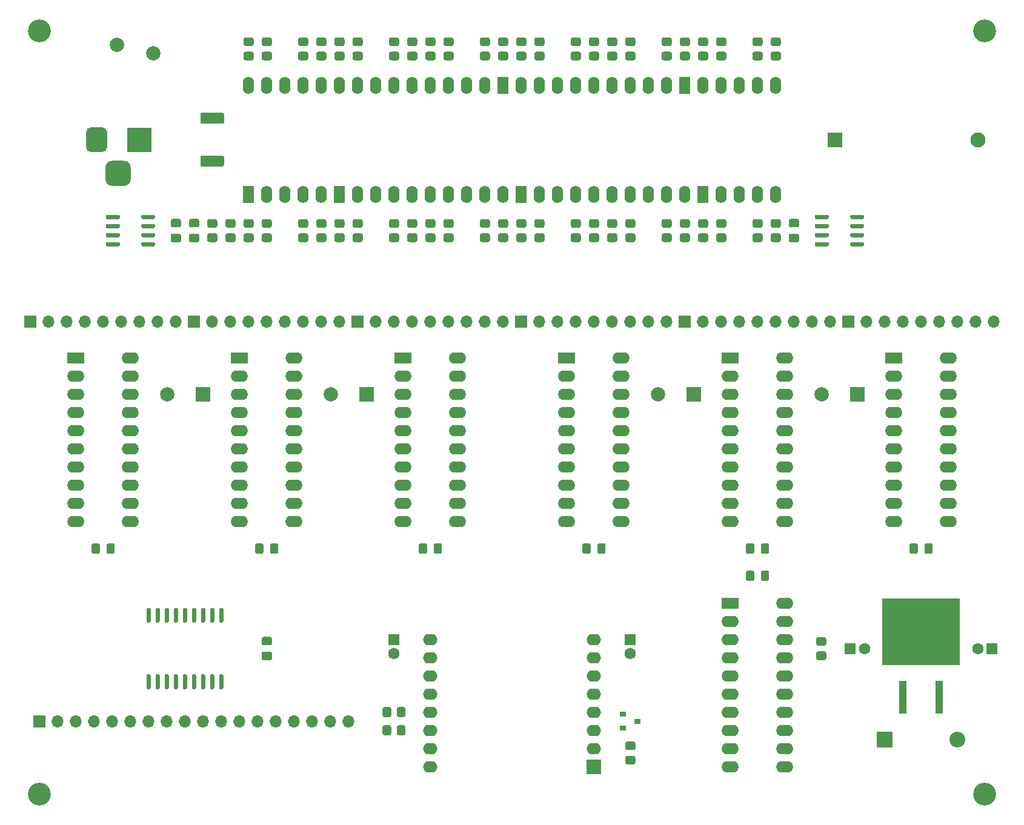
<source format=gts>
G04 #@! TF.GenerationSoftware,KiCad,Pcbnew,(5.1.10)-1*
G04 #@! TF.CreationDate,2021-10-03T18:26:13+02:00*
G04 #@! TF.ProjectId,LED Strip clock,4c454420-5374-4726-9970-20636c6f636b,V1.0*
G04 #@! TF.SameCoordinates,Original*
G04 #@! TF.FileFunction,Soldermask,Top*
G04 #@! TF.FilePolarity,Negative*
%FSLAX46Y46*%
G04 Gerber Fmt 4.6, Leading zero omitted, Abs format (unit mm)*
G04 Created by KiCad (PCBNEW (5.1.10)-1) date 2021-10-03 18:26:13*
%MOMM*%
%LPD*%
G01*
G04 APERTURE LIST*
%ADD10R,10.800000X9.400000*%
%ADD11R,1.100000X4.600000*%
%ADD12O,1.700000X1.700000*%
%ADD13R,1.700000X1.700000*%
%ADD14C,2.100000*%
%ADD15R,2.100000X2.100000*%
%ADD16O,1.600000X2.400000*%
%ADD17R,1.600000X2.400000*%
%ADD18C,2.000000*%
%ADD19R,2.000000X2.000000*%
%ADD20O,2.400000X1.600000*%
%ADD21R,2.400000X1.600000*%
%ADD22C,3.200000*%
%ADD23R,3.500000X3.500000*%
%ADD24C,2.010000*%
%ADD25C,1.600000*%
%ADD26R,1.600000X1.600000*%
%ADD27R,2.200000X2.200000*%
%ADD28O,2.200000X2.200000*%
%ADD29R,0.900000X0.800000*%
%ADD30O,2.000000X1.600000*%
G04 APERTURE END LIST*
D10*
X209550000Y-119605000D03*
D11*
X212090000Y-128755000D03*
X207010000Y-128755000D03*
D12*
X129540000Y-132080000D03*
X127000000Y-132080000D03*
X124460000Y-132080000D03*
X121920000Y-132080000D03*
X119380000Y-132080000D03*
X116840000Y-132080000D03*
X114300000Y-132080000D03*
X111760000Y-132080000D03*
X109220000Y-132080000D03*
X106680000Y-132080000D03*
X104140000Y-132080000D03*
X101600000Y-132080000D03*
X99060000Y-132080000D03*
X96520000Y-132080000D03*
X93980000Y-132080000D03*
X91440000Y-132080000D03*
X88900000Y-132080000D03*
D13*
X86360000Y-132080000D03*
G36*
G01*
X199620000Y-61745000D02*
X199620000Y-61445000D01*
G75*
G02*
X199770000Y-61295000I150000J0D01*
G01*
X201420000Y-61295000D01*
G75*
G02*
X201570000Y-61445000I0J-150000D01*
G01*
X201570000Y-61745000D01*
G75*
G02*
X201420000Y-61895000I-150000J0D01*
G01*
X199770000Y-61895000D01*
G75*
G02*
X199620000Y-61745000I0J150000D01*
G01*
G37*
G36*
G01*
X199620000Y-63015000D02*
X199620000Y-62715000D01*
G75*
G02*
X199770000Y-62565000I150000J0D01*
G01*
X201420000Y-62565000D01*
G75*
G02*
X201570000Y-62715000I0J-150000D01*
G01*
X201570000Y-63015000D01*
G75*
G02*
X201420000Y-63165000I-150000J0D01*
G01*
X199770000Y-63165000D01*
G75*
G02*
X199620000Y-63015000I0J150000D01*
G01*
G37*
G36*
G01*
X199620000Y-64285000D02*
X199620000Y-63985000D01*
G75*
G02*
X199770000Y-63835000I150000J0D01*
G01*
X201420000Y-63835000D01*
G75*
G02*
X201570000Y-63985000I0J-150000D01*
G01*
X201570000Y-64285000D01*
G75*
G02*
X201420000Y-64435000I-150000J0D01*
G01*
X199770000Y-64435000D01*
G75*
G02*
X199620000Y-64285000I0J150000D01*
G01*
G37*
G36*
G01*
X199620000Y-65555000D02*
X199620000Y-65255000D01*
G75*
G02*
X199770000Y-65105000I150000J0D01*
G01*
X201420000Y-65105000D01*
G75*
G02*
X201570000Y-65255000I0J-150000D01*
G01*
X201570000Y-65555000D01*
G75*
G02*
X201420000Y-65705000I-150000J0D01*
G01*
X199770000Y-65705000D01*
G75*
G02*
X199620000Y-65555000I0J150000D01*
G01*
G37*
G36*
G01*
X194670000Y-65555000D02*
X194670000Y-65255000D01*
G75*
G02*
X194820000Y-65105000I150000J0D01*
G01*
X196470000Y-65105000D01*
G75*
G02*
X196620000Y-65255000I0J-150000D01*
G01*
X196620000Y-65555000D01*
G75*
G02*
X196470000Y-65705000I-150000J0D01*
G01*
X194820000Y-65705000D01*
G75*
G02*
X194670000Y-65555000I0J150000D01*
G01*
G37*
G36*
G01*
X194670000Y-64285000D02*
X194670000Y-63985000D01*
G75*
G02*
X194820000Y-63835000I150000J0D01*
G01*
X196470000Y-63835000D01*
G75*
G02*
X196620000Y-63985000I0J-150000D01*
G01*
X196620000Y-64285000D01*
G75*
G02*
X196470000Y-64435000I-150000J0D01*
G01*
X194820000Y-64435000D01*
G75*
G02*
X194670000Y-64285000I0J150000D01*
G01*
G37*
G36*
G01*
X194670000Y-63015000D02*
X194670000Y-62715000D01*
G75*
G02*
X194820000Y-62565000I150000J0D01*
G01*
X196470000Y-62565000D01*
G75*
G02*
X196620000Y-62715000I0J-150000D01*
G01*
X196620000Y-63015000D01*
G75*
G02*
X196470000Y-63165000I-150000J0D01*
G01*
X194820000Y-63165000D01*
G75*
G02*
X194670000Y-63015000I0J150000D01*
G01*
G37*
G36*
G01*
X194670000Y-61745000D02*
X194670000Y-61445000D01*
G75*
G02*
X194820000Y-61295000I150000J0D01*
G01*
X196470000Y-61295000D01*
G75*
G02*
X196620000Y-61445000I0J-150000D01*
G01*
X196620000Y-61745000D01*
G75*
G02*
X196470000Y-61895000I-150000J0D01*
G01*
X194820000Y-61895000D01*
G75*
G02*
X194670000Y-61745000I0J150000D01*
G01*
G37*
G36*
G01*
X191295000Y-63950000D02*
X192245000Y-63950000D01*
G75*
G02*
X192495000Y-64200000I0J-250000D01*
G01*
X192495000Y-64875000D01*
G75*
G02*
X192245000Y-65125000I-250000J0D01*
G01*
X191295000Y-65125000D01*
G75*
G02*
X191045000Y-64875000I0J250000D01*
G01*
X191045000Y-64200000D01*
G75*
G02*
X191295000Y-63950000I250000J0D01*
G01*
G37*
G36*
G01*
X191295000Y-61875000D02*
X192245000Y-61875000D01*
G75*
G02*
X192495000Y-62125000I0J-250000D01*
G01*
X192495000Y-62800000D01*
G75*
G02*
X192245000Y-63050000I-250000J0D01*
G01*
X191295000Y-63050000D01*
G75*
G02*
X191045000Y-62800000I0J250000D01*
G01*
X191045000Y-62125000D01*
G75*
G02*
X191295000Y-61875000I250000J0D01*
G01*
G37*
D14*
X217485000Y-50800000D03*
D15*
X197485000Y-50800000D03*
D16*
X179070000Y-43180000D03*
X181610000Y-43180000D03*
X184150000Y-43180000D03*
X186690000Y-43180000D03*
X189230000Y-43180000D03*
X189230000Y-58420000D03*
X186690000Y-58420000D03*
X184150000Y-58420000D03*
X181610000Y-58420000D03*
D17*
X179070000Y-58420000D03*
D16*
X176530000Y-58420000D03*
X173990000Y-58420000D03*
X171450000Y-58420000D03*
X168910000Y-58420000D03*
X166370000Y-58420000D03*
X166370000Y-43180000D03*
X168910000Y-43180000D03*
X171450000Y-43180000D03*
X173990000Y-43180000D03*
D17*
X176530000Y-43180000D03*
G36*
G01*
X188779999Y-63900000D02*
X189680001Y-63900000D01*
G75*
G02*
X189930000Y-64149999I0J-249999D01*
G01*
X189930000Y-64850001D01*
G75*
G02*
X189680001Y-65100000I-249999J0D01*
G01*
X188779999Y-65100000D01*
G75*
G02*
X188530000Y-64850001I0J249999D01*
G01*
X188530000Y-64149999D01*
G75*
G02*
X188779999Y-63900000I249999J0D01*
G01*
G37*
G36*
G01*
X188779999Y-61900000D02*
X189680001Y-61900000D01*
G75*
G02*
X189930000Y-62149999I0J-249999D01*
G01*
X189930000Y-62850001D01*
G75*
G02*
X189680001Y-63100000I-249999J0D01*
G01*
X188779999Y-63100000D01*
G75*
G02*
X188530000Y-62850001I0J249999D01*
G01*
X188530000Y-62149999D01*
G75*
G02*
X188779999Y-61900000I249999J0D01*
G01*
G37*
G36*
G01*
X166820001Y-37700000D02*
X165919999Y-37700000D01*
G75*
G02*
X165670000Y-37450001I0J249999D01*
G01*
X165670000Y-36749999D01*
G75*
G02*
X165919999Y-36500000I249999J0D01*
G01*
X166820001Y-36500000D01*
G75*
G02*
X167070000Y-36749999I0J-249999D01*
G01*
X167070000Y-37450001D01*
G75*
G02*
X166820001Y-37700000I-249999J0D01*
G01*
G37*
G36*
G01*
X166820001Y-39700000D02*
X165919999Y-39700000D01*
G75*
G02*
X165670000Y-39450001I0J249999D01*
G01*
X165670000Y-38749999D01*
G75*
G02*
X165919999Y-38500000I249999J0D01*
G01*
X166820001Y-38500000D01*
G75*
G02*
X167070000Y-38749999I0J-249999D01*
G01*
X167070000Y-39450001D01*
G75*
G02*
X166820001Y-39700000I-249999J0D01*
G01*
G37*
G36*
G01*
X179520001Y-37700000D02*
X178619999Y-37700000D01*
G75*
G02*
X178370000Y-37450001I0J249999D01*
G01*
X178370000Y-36749999D01*
G75*
G02*
X178619999Y-36500000I249999J0D01*
G01*
X179520001Y-36500000D01*
G75*
G02*
X179770000Y-36749999I0J-249999D01*
G01*
X179770000Y-37450001D01*
G75*
G02*
X179520001Y-37700000I-249999J0D01*
G01*
G37*
G36*
G01*
X179520001Y-39700000D02*
X178619999Y-39700000D01*
G75*
G02*
X178370000Y-39450001I0J249999D01*
G01*
X178370000Y-38749999D01*
G75*
G02*
X178619999Y-38500000I249999J0D01*
G01*
X179520001Y-38500000D01*
G75*
G02*
X179770000Y-38749999I0J-249999D01*
G01*
X179770000Y-39450001D01*
G75*
G02*
X179520001Y-39700000I-249999J0D01*
G01*
G37*
G36*
G01*
X176079999Y-63900000D02*
X176980001Y-63900000D01*
G75*
G02*
X177230000Y-64149999I0J-249999D01*
G01*
X177230000Y-64850001D01*
G75*
G02*
X176980001Y-65100000I-249999J0D01*
G01*
X176079999Y-65100000D01*
G75*
G02*
X175830000Y-64850001I0J249999D01*
G01*
X175830000Y-64149999D01*
G75*
G02*
X176079999Y-63900000I249999J0D01*
G01*
G37*
G36*
G01*
X176079999Y-61900000D02*
X176980001Y-61900000D01*
G75*
G02*
X177230000Y-62149999I0J-249999D01*
G01*
X177230000Y-62850001D01*
G75*
G02*
X176980001Y-63100000I-249999J0D01*
G01*
X176079999Y-63100000D01*
G75*
G02*
X175830000Y-62850001I0J249999D01*
G01*
X175830000Y-62149999D01*
G75*
G02*
X176079999Y-61900000I249999J0D01*
G01*
G37*
G36*
G01*
X182060001Y-37700000D02*
X181159999Y-37700000D01*
G75*
G02*
X180910000Y-37450001I0J249999D01*
G01*
X180910000Y-36749999D01*
G75*
G02*
X181159999Y-36500000I249999J0D01*
G01*
X182060001Y-36500000D01*
G75*
G02*
X182310000Y-36749999I0J-249999D01*
G01*
X182310000Y-37450001D01*
G75*
G02*
X182060001Y-37700000I-249999J0D01*
G01*
G37*
G36*
G01*
X182060001Y-39700000D02*
X181159999Y-39700000D01*
G75*
G02*
X180910000Y-39450001I0J249999D01*
G01*
X180910000Y-38749999D01*
G75*
G02*
X181159999Y-38500000I249999J0D01*
G01*
X182060001Y-38500000D01*
G75*
G02*
X182310000Y-38749999I0J-249999D01*
G01*
X182310000Y-39450001D01*
G75*
G02*
X182060001Y-39700000I-249999J0D01*
G01*
G37*
G36*
G01*
X173539999Y-63900000D02*
X174440001Y-63900000D01*
G75*
G02*
X174690000Y-64149999I0J-249999D01*
G01*
X174690000Y-64850001D01*
G75*
G02*
X174440001Y-65100000I-249999J0D01*
G01*
X173539999Y-65100000D01*
G75*
G02*
X173290000Y-64850001I0J249999D01*
G01*
X173290000Y-64149999D01*
G75*
G02*
X173539999Y-63900000I249999J0D01*
G01*
G37*
G36*
G01*
X173539999Y-61900000D02*
X174440001Y-61900000D01*
G75*
G02*
X174690000Y-62149999I0J-249999D01*
G01*
X174690000Y-62850001D01*
G75*
G02*
X174440001Y-63100000I-249999J0D01*
G01*
X173539999Y-63100000D01*
G75*
G02*
X173290000Y-62850001I0J249999D01*
G01*
X173290000Y-62149999D01*
G75*
G02*
X173539999Y-61900000I249999J0D01*
G01*
G37*
G36*
G01*
X178619999Y-63900000D02*
X179520001Y-63900000D01*
G75*
G02*
X179770000Y-64149999I0J-249999D01*
G01*
X179770000Y-64850001D01*
G75*
G02*
X179520001Y-65100000I-249999J0D01*
G01*
X178619999Y-65100000D01*
G75*
G02*
X178370000Y-64850001I0J249999D01*
G01*
X178370000Y-64149999D01*
G75*
G02*
X178619999Y-63900000I249999J0D01*
G01*
G37*
G36*
G01*
X178619999Y-61900000D02*
X179520001Y-61900000D01*
G75*
G02*
X179770000Y-62149999I0J-249999D01*
G01*
X179770000Y-62850001D01*
G75*
G02*
X179520001Y-63100000I-249999J0D01*
G01*
X178619999Y-63100000D01*
G75*
G02*
X178370000Y-62850001I0J249999D01*
G01*
X178370000Y-62149999D01*
G75*
G02*
X178619999Y-61900000I249999J0D01*
G01*
G37*
G36*
G01*
X176980001Y-37700000D02*
X176079999Y-37700000D01*
G75*
G02*
X175830000Y-37450001I0J249999D01*
G01*
X175830000Y-36749999D01*
G75*
G02*
X176079999Y-36500000I249999J0D01*
G01*
X176980001Y-36500000D01*
G75*
G02*
X177230000Y-36749999I0J-249999D01*
G01*
X177230000Y-37450001D01*
G75*
G02*
X176980001Y-37700000I-249999J0D01*
G01*
G37*
G36*
G01*
X176980001Y-39700000D02*
X176079999Y-39700000D01*
G75*
G02*
X175830000Y-39450001I0J249999D01*
G01*
X175830000Y-38749999D01*
G75*
G02*
X176079999Y-38500000I249999J0D01*
G01*
X176980001Y-38500000D01*
G75*
G02*
X177230000Y-38749999I0J-249999D01*
G01*
X177230000Y-39450001D01*
G75*
G02*
X176980001Y-39700000I-249999J0D01*
G01*
G37*
G36*
G01*
X181159999Y-63900000D02*
X182060001Y-63900000D01*
G75*
G02*
X182310000Y-64149999I0J-249999D01*
G01*
X182310000Y-64850001D01*
G75*
G02*
X182060001Y-65100000I-249999J0D01*
G01*
X181159999Y-65100000D01*
G75*
G02*
X180910000Y-64850001I0J249999D01*
G01*
X180910000Y-64149999D01*
G75*
G02*
X181159999Y-63900000I249999J0D01*
G01*
G37*
G36*
G01*
X181159999Y-61900000D02*
X182060001Y-61900000D01*
G75*
G02*
X182310000Y-62149999I0J-249999D01*
G01*
X182310000Y-62850001D01*
G75*
G02*
X182060001Y-63100000I-249999J0D01*
G01*
X181159999Y-63100000D01*
G75*
G02*
X180910000Y-62850001I0J249999D01*
G01*
X180910000Y-62149999D01*
G75*
G02*
X181159999Y-61900000I249999J0D01*
G01*
G37*
G36*
G01*
X174440001Y-37700000D02*
X173539999Y-37700000D01*
G75*
G02*
X173290000Y-37450001I0J249999D01*
G01*
X173290000Y-36749999D01*
G75*
G02*
X173539999Y-36500000I249999J0D01*
G01*
X174440001Y-36500000D01*
G75*
G02*
X174690000Y-36749999I0J-249999D01*
G01*
X174690000Y-37450001D01*
G75*
G02*
X174440001Y-37700000I-249999J0D01*
G01*
G37*
G36*
G01*
X174440001Y-39700000D02*
X173539999Y-39700000D01*
G75*
G02*
X173290000Y-39450001I0J249999D01*
G01*
X173290000Y-38749999D01*
G75*
G02*
X173539999Y-38500000I249999J0D01*
G01*
X174440001Y-38500000D01*
G75*
G02*
X174690000Y-38749999I0J-249999D01*
G01*
X174690000Y-39450001D01*
G75*
G02*
X174440001Y-39700000I-249999J0D01*
G01*
G37*
G36*
G01*
X186239999Y-63900000D02*
X187140001Y-63900000D01*
G75*
G02*
X187390000Y-64149999I0J-249999D01*
G01*
X187390000Y-64850001D01*
G75*
G02*
X187140001Y-65100000I-249999J0D01*
G01*
X186239999Y-65100000D01*
G75*
G02*
X185990000Y-64850001I0J249999D01*
G01*
X185990000Y-64149999D01*
G75*
G02*
X186239999Y-63900000I249999J0D01*
G01*
G37*
G36*
G01*
X186239999Y-61900000D02*
X187140001Y-61900000D01*
G75*
G02*
X187390000Y-62149999I0J-249999D01*
G01*
X187390000Y-62850001D01*
G75*
G02*
X187140001Y-63100000I-249999J0D01*
G01*
X186239999Y-63100000D01*
G75*
G02*
X185990000Y-62850001I0J249999D01*
G01*
X185990000Y-62149999D01*
G75*
G02*
X186239999Y-61900000I249999J0D01*
G01*
G37*
G36*
G01*
X169360001Y-37700000D02*
X168459999Y-37700000D01*
G75*
G02*
X168210000Y-37450001I0J249999D01*
G01*
X168210000Y-36749999D01*
G75*
G02*
X168459999Y-36500000I249999J0D01*
G01*
X169360001Y-36500000D01*
G75*
G02*
X169610000Y-36749999I0J-249999D01*
G01*
X169610000Y-37450001D01*
G75*
G02*
X169360001Y-37700000I-249999J0D01*
G01*
G37*
G36*
G01*
X169360001Y-39700000D02*
X168459999Y-39700000D01*
G75*
G02*
X168210000Y-39450001I0J249999D01*
G01*
X168210000Y-38749999D01*
G75*
G02*
X168459999Y-38500000I249999J0D01*
G01*
X169360001Y-38500000D01*
G75*
G02*
X169610000Y-38749999I0J-249999D01*
G01*
X169610000Y-39450001D01*
G75*
G02*
X169360001Y-39700000I-249999J0D01*
G01*
G37*
G36*
G01*
X189680001Y-37700000D02*
X188779999Y-37700000D01*
G75*
G02*
X188530000Y-37450001I0J249999D01*
G01*
X188530000Y-36749999D01*
G75*
G02*
X188779999Y-36500000I249999J0D01*
G01*
X189680001Y-36500000D01*
G75*
G02*
X189930000Y-36749999I0J-249999D01*
G01*
X189930000Y-37450001D01*
G75*
G02*
X189680001Y-37700000I-249999J0D01*
G01*
G37*
G36*
G01*
X189680001Y-39700000D02*
X188779999Y-39700000D01*
G75*
G02*
X188530000Y-39450001I0J249999D01*
G01*
X188530000Y-38749999D01*
G75*
G02*
X188779999Y-38500000I249999J0D01*
G01*
X189680001Y-38500000D01*
G75*
G02*
X189930000Y-38749999I0J-249999D01*
G01*
X189930000Y-39450001D01*
G75*
G02*
X189680001Y-39700000I-249999J0D01*
G01*
G37*
G36*
G01*
X165919999Y-63900000D02*
X166820001Y-63900000D01*
G75*
G02*
X167070000Y-64149999I0J-249999D01*
G01*
X167070000Y-64850001D01*
G75*
G02*
X166820001Y-65100000I-249999J0D01*
G01*
X165919999Y-65100000D01*
G75*
G02*
X165670000Y-64850001I0J249999D01*
G01*
X165670000Y-64149999D01*
G75*
G02*
X165919999Y-63900000I249999J0D01*
G01*
G37*
G36*
G01*
X165919999Y-61900000D02*
X166820001Y-61900000D01*
G75*
G02*
X167070000Y-62149999I0J-249999D01*
G01*
X167070000Y-62850001D01*
G75*
G02*
X166820001Y-63100000I-249999J0D01*
G01*
X165919999Y-63100000D01*
G75*
G02*
X165670000Y-62850001I0J249999D01*
G01*
X165670000Y-62149999D01*
G75*
G02*
X165919999Y-61900000I249999J0D01*
G01*
G37*
G36*
G01*
X187140001Y-37700000D02*
X186239999Y-37700000D01*
G75*
G02*
X185990000Y-37450001I0J249999D01*
G01*
X185990000Y-36749999D01*
G75*
G02*
X186239999Y-36500000I249999J0D01*
G01*
X187140001Y-36500000D01*
G75*
G02*
X187390000Y-36749999I0J-249999D01*
G01*
X187390000Y-37450001D01*
G75*
G02*
X187140001Y-37700000I-249999J0D01*
G01*
G37*
G36*
G01*
X187140001Y-39700000D02*
X186239999Y-39700000D01*
G75*
G02*
X185990000Y-39450001I0J249999D01*
G01*
X185990000Y-38749999D01*
G75*
G02*
X186239999Y-38500000I249999J0D01*
G01*
X187140001Y-38500000D01*
G75*
G02*
X187390000Y-38749999I0J-249999D01*
G01*
X187390000Y-39450001D01*
G75*
G02*
X187140001Y-39700000I-249999J0D01*
G01*
G37*
G36*
G01*
X168459999Y-63900000D02*
X169360001Y-63900000D01*
G75*
G02*
X169610000Y-64149999I0J-249999D01*
G01*
X169610000Y-64850001D01*
G75*
G02*
X169360001Y-65100000I-249999J0D01*
G01*
X168459999Y-65100000D01*
G75*
G02*
X168210000Y-64850001I0J249999D01*
G01*
X168210000Y-64149999D01*
G75*
G02*
X168459999Y-63900000I249999J0D01*
G01*
G37*
G36*
G01*
X168459999Y-61900000D02*
X169360001Y-61900000D01*
G75*
G02*
X169610000Y-62149999I0J-249999D01*
G01*
X169610000Y-62850001D01*
G75*
G02*
X169360001Y-63100000I-249999J0D01*
G01*
X168459999Y-63100000D01*
G75*
G02*
X168210000Y-62850001I0J249999D01*
G01*
X168210000Y-62149999D01*
G75*
G02*
X168459999Y-61900000I249999J0D01*
G01*
G37*
D18*
X195660000Y-86360000D03*
D19*
X200660000Y-86360000D03*
D18*
X172800000Y-86360000D03*
D19*
X177800000Y-86360000D03*
D20*
X213360000Y-81280000D03*
X205740000Y-104140000D03*
X213360000Y-83820000D03*
X205740000Y-101600000D03*
X213360000Y-86360000D03*
X205740000Y-99060000D03*
X213360000Y-88900000D03*
X205740000Y-96520000D03*
X213360000Y-91440000D03*
X205740000Y-93980000D03*
X213360000Y-93980000D03*
X205740000Y-91440000D03*
X213360000Y-96520000D03*
X205740000Y-88900000D03*
X213360000Y-99060000D03*
X205740000Y-86360000D03*
X213360000Y-101600000D03*
X205740000Y-83820000D03*
X213360000Y-104140000D03*
D21*
X205740000Y-81280000D03*
D20*
X190500000Y-81280000D03*
X182880000Y-104140000D03*
X190500000Y-83820000D03*
X182880000Y-101600000D03*
X190500000Y-86360000D03*
X182880000Y-99060000D03*
X190500000Y-88900000D03*
X182880000Y-96520000D03*
X190500000Y-91440000D03*
X182880000Y-93980000D03*
X190500000Y-93980000D03*
X182880000Y-91440000D03*
X190500000Y-96520000D03*
X182880000Y-88900000D03*
X190500000Y-99060000D03*
X182880000Y-86360000D03*
X190500000Y-101600000D03*
X182880000Y-83820000D03*
X190500000Y-104140000D03*
D21*
X182880000Y-81280000D03*
D12*
X219710000Y-76200000D03*
X217170000Y-76200000D03*
X214630000Y-76200000D03*
X212090000Y-76200000D03*
X209550000Y-76200000D03*
X207010000Y-76200000D03*
X204470000Y-76200000D03*
X201930000Y-76200000D03*
D13*
X199390000Y-76200000D03*
D12*
X196850000Y-76200000D03*
X194310000Y-76200000D03*
X191770000Y-76200000D03*
X189230000Y-76200000D03*
X186690000Y-76200000D03*
X184150000Y-76200000D03*
X181610000Y-76200000D03*
X179070000Y-76200000D03*
D13*
X176530000Y-76200000D03*
G36*
G01*
X210000000Y-108425000D02*
X210000000Y-107475000D01*
G75*
G02*
X210250000Y-107225000I250000J0D01*
G01*
X210925000Y-107225000D01*
G75*
G02*
X211175000Y-107475000I0J-250000D01*
G01*
X211175000Y-108425000D01*
G75*
G02*
X210925000Y-108675000I-250000J0D01*
G01*
X210250000Y-108675000D01*
G75*
G02*
X210000000Y-108425000I0J250000D01*
G01*
G37*
G36*
G01*
X207925000Y-108425000D02*
X207925000Y-107475000D01*
G75*
G02*
X208175000Y-107225000I250000J0D01*
G01*
X208850000Y-107225000D01*
G75*
G02*
X209100000Y-107475000I0J-250000D01*
G01*
X209100000Y-108425000D01*
G75*
G02*
X208850000Y-108675000I-250000J0D01*
G01*
X208175000Y-108675000D01*
G75*
G02*
X207925000Y-108425000I0J250000D01*
G01*
G37*
G36*
G01*
X187140000Y-108425000D02*
X187140000Y-107475000D01*
G75*
G02*
X187390000Y-107225000I250000J0D01*
G01*
X188065000Y-107225000D01*
G75*
G02*
X188315000Y-107475000I0J-250000D01*
G01*
X188315000Y-108425000D01*
G75*
G02*
X188065000Y-108675000I-250000J0D01*
G01*
X187390000Y-108675000D01*
G75*
G02*
X187140000Y-108425000I0J250000D01*
G01*
G37*
G36*
G01*
X185065000Y-108425000D02*
X185065000Y-107475000D01*
G75*
G02*
X185315000Y-107225000I250000J0D01*
G01*
X185990000Y-107225000D01*
G75*
G02*
X186240000Y-107475000I0J-250000D01*
G01*
X186240000Y-108425000D01*
G75*
G02*
X185990000Y-108675000I-250000J0D01*
G01*
X185315000Y-108675000D01*
G75*
G02*
X185065000Y-108425000I0J250000D01*
G01*
G37*
G36*
G01*
X196030001Y-121520000D02*
X195129999Y-121520000D01*
G75*
G02*
X194880000Y-121270001I0J249999D01*
G01*
X194880000Y-120569999D01*
G75*
G02*
X195129999Y-120320000I249999J0D01*
G01*
X196030001Y-120320000D01*
G75*
G02*
X196280000Y-120569999I0J-249999D01*
G01*
X196280000Y-121270001D01*
G75*
G02*
X196030001Y-121520000I-249999J0D01*
G01*
G37*
G36*
G01*
X196030001Y-123520000D02*
X195129999Y-123520000D01*
G75*
G02*
X194880000Y-123270001I0J249999D01*
G01*
X194880000Y-122569999D01*
G75*
G02*
X195129999Y-122320000I249999J0D01*
G01*
X196030001Y-122320000D01*
G75*
G02*
X196280000Y-122569999I0J-249999D01*
G01*
X196280000Y-123270001D01*
G75*
G02*
X196030001Y-123520000I-249999J0D01*
G01*
G37*
G36*
G01*
X100560000Y-61745000D02*
X100560000Y-61445000D01*
G75*
G02*
X100710000Y-61295000I150000J0D01*
G01*
X102360000Y-61295000D01*
G75*
G02*
X102510000Y-61445000I0J-150000D01*
G01*
X102510000Y-61745000D01*
G75*
G02*
X102360000Y-61895000I-150000J0D01*
G01*
X100710000Y-61895000D01*
G75*
G02*
X100560000Y-61745000I0J150000D01*
G01*
G37*
G36*
G01*
X100560000Y-63015000D02*
X100560000Y-62715000D01*
G75*
G02*
X100710000Y-62565000I150000J0D01*
G01*
X102360000Y-62565000D01*
G75*
G02*
X102510000Y-62715000I0J-150000D01*
G01*
X102510000Y-63015000D01*
G75*
G02*
X102360000Y-63165000I-150000J0D01*
G01*
X100710000Y-63165000D01*
G75*
G02*
X100560000Y-63015000I0J150000D01*
G01*
G37*
G36*
G01*
X100560000Y-64285000D02*
X100560000Y-63985000D01*
G75*
G02*
X100710000Y-63835000I150000J0D01*
G01*
X102360000Y-63835000D01*
G75*
G02*
X102510000Y-63985000I0J-150000D01*
G01*
X102510000Y-64285000D01*
G75*
G02*
X102360000Y-64435000I-150000J0D01*
G01*
X100710000Y-64435000D01*
G75*
G02*
X100560000Y-64285000I0J150000D01*
G01*
G37*
G36*
G01*
X100560000Y-65555000D02*
X100560000Y-65255000D01*
G75*
G02*
X100710000Y-65105000I150000J0D01*
G01*
X102360000Y-65105000D01*
G75*
G02*
X102510000Y-65255000I0J-150000D01*
G01*
X102510000Y-65555000D01*
G75*
G02*
X102360000Y-65705000I-150000J0D01*
G01*
X100710000Y-65705000D01*
G75*
G02*
X100560000Y-65555000I0J150000D01*
G01*
G37*
G36*
G01*
X95610000Y-65555000D02*
X95610000Y-65255000D01*
G75*
G02*
X95760000Y-65105000I150000J0D01*
G01*
X97410000Y-65105000D01*
G75*
G02*
X97560000Y-65255000I0J-150000D01*
G01*
X97560000Y-65555000D01*
G75*
G02*
X97410000Y-65705000I-150000J0D01*
G01*
X95760000Y-65705000D01*
G75*
G02*
X95610000Y-65555000I0J150000D01*
G01*
G37*
G36*
G01*
X95610000Y-64285000D02*
X95610000Y-63985000D01*
G75*
G02*
X95760000Y-63835000I150000J0D01*
G01*
X97410000Y-63835000D01*
G75*
G02*
X97560000Y-63985000I0J-150000D01*
G01*
X97560000Y-64285000D01*
G75*
G02*
X97410000Y-64435000I-150000J0D01*
G01*
X95760000Y-64435000D01*
G75*
G02*
X95610000Y-64285000I0J150000D01*
G01*
G37*
G36*
G01*
X95610000Y-63015000D02*
X95610000Y-62715000D01*
G75*
G02*
X95760000Y-62565000I150000J0D01*
G01*
X97410000Y-62565000D01*
G75*
G02*
X97560000Y-62715000I0J-150000D01*
G01*
X97560000Y-63015000D01*
G75*
G02*
X97410000Y-63165000I-150000J0D01*
G01*
X95760000Y-63165000D01*
G75*
G02*
X95610000Y-63015000I0J150000D01*
G01*
G37*
G36*
G01*
X95610000Y-61745000D02*
X95610000Y-61445000D01*
G75*
G02*
X95760000Y-61295000I150000J0D01*
G01*
X97410000Y-61295000D01*
G75*
G02*
X97560000Y-61445000I0J-150000D01*
G01*
X97560000Y-61745000D01*
G75*
G02*
X97410000Y-61895000I-150000J0D01*
G01*
X95760000Y-61895000D01*
G75*
G02*
X95610000Y-61745000I0J150000D01*
G01*
G37*
G36*
G01*
X112579999Y-63900000D02*
X113480001Y-63900000D01*
G75*
G02*
X113730000Y-64149999I0J-249999D01*
G01*
X113730000Y-64850001D01*
G75*
G02*
X113480001Y-65100000I-249999J0D01*
G01*
X112579999Y-65100000D01*
G75*
G02*
X112330000Y-64850001I0J249999D01*
G01*
X112330000Y-64149999D01*
G75*
G02*
X112579999Y-63900000I249999J0D01*
G01*
G37*
G36*
G01*
X112579999Y-61900000D02*
X113480001Y-61900000D01*
G75*
G02*
X113730000Y-62149999I0J-249999D01*
G01*
X113730000Y-62850001D01*
G75*
G02*
X113480001Y-63100000I-249999J0D01*
G01*
X112579999Y-63100000D01*
G75*
G02*
X112330000Y-62850001I0J249999D01*
G01*
X112330000Y-62149999D01*
G75*
G02*
X112579999Y-61900000I249999J0D01*
G01*
G37*
G36*
G01*
X110940001Y-63100000D02*
X110039999Y-63100000D01*
G75*
G02*
X109790000Y-62850001I0J249999D01*
G01*
X109790000Y-62149999D01*
G75*
G02*
X110039999Y-61900000I249999J0D01*
G01*
X110940001Y-61900000D01*
G75*
G02*
X111190000Y-62149999I0J-249999D01*
G01*
X111190000Y-62850001D01*
G75*
G02*
X110940001Y-63100000I-249999J0D01*
G01*
G37*
G36*
G01*
X110940001Y-65100000D02*
X110039999Y-65100000D01*
G75*
G02*
X109790000Y-64850001I0J249999D01*
G01*
X109790000Y-64149999D01*
G75*
G02*
X110039999Y-63900000I249999J0D01*
G01*
X110940001Y-63900000D01*
G75*
G02*
X111190000Y-64149999I0J-249999D01*
G01*
X111190000Y-64850001D01*
G75*
G02*
X110940001Y-65100000I-249999J0D01*
G01*
G37*
G36*
G01*
X111915001Y-48575000D02*
X109064999Y-48575000D01*
G75*
G02*
X108815000Y-48325001I0J249999D01*
G01*
X108815000Y-47299999D01*
G75*
G02*
X109064999Y-47050000I249999J0D01*
G01*
X111915001Y-47050000D01*
G75*
G02*
X112165000Y-47299999I0J-249999D01*
G01*
X112165000Y-48325001D01*
G75*
G02*
X111915001Y-48575000I-249999J0D01*
G01*
G37*
G36*
G01*
X111915001Y-54550000D02*
X109064999Y-54550000D01*
G75*
G02*
X108815000Y-54300001I0J249999D01*
G01*
X108815000Y-53274999D01*
G75*
G02*
X109064999Y-53025000I249999J0D01*
G01*
X111915001Y-53025000D01*
G75*
G02*
X112165000Y-53274999I0J-249999D01*
G01*
X112165000Y-54300001D01*
G75*
G02*
X111915001Y-54550000I-249999J0D01*
G01*
G37*
G36*
G01*
X107475000Y-63950000D02*
X108425000Y-63950000D01*
G75*
G02*
X108675000Y-64200000I0J-250000D01*
G01*
X108675000Y-64875000D01*
G75*
G02*
X108425000Y-65125000I-250000J0D01*
G01*
X107475000Y-65125000D01*
G75*
G02*
X107225000Y-64875000I0J250000D01*
G01*
X107225000Y-64200000D01*
G75*
G02*
X107475000Y-63950000I250000J0D01*
G01*
G37*
G36*
G01*
X107475000Y-61875000D02*
X108425000Y-61875000D01*
G75*
G02*
X108675000Y-62125000I0J-250000D01*
G01*
X108675000Y-62800000D01*
G75*
G02*
X108425000Y-63050000I-250000J0D01*
G01*
X107475000Y-63050000D01*
G75*
G02*
X107225000Y-62800000I0J250000D01*
G01*
X107225000Y-62125000D01*
G75*
G02*
X107475000Y-61875000I250000J0D01*
G01*
G37*
G36*
G01*
X105885000Y-63050000D02*
X104935000Y-63050000D01*
G75*
G02*
X104685000Y-62800000I0J250000D01*
G01*
X104685000Y-62125000D01*
G75*
G02*
X104935000Y-61875000I250000J0D01*
G01*
X105885000Y-61875000D01*
G75*
G02*
X106135000Y-62125000I0J-250000D01*
G01*
X106135000Y-62800000D01*
G75*
G02*
X105885000Y-63050000I-250000J0D01*
G01*
G37*
G36*
G01*
X105885000Y-65125000D02*
X104935000Y-65125000D01*
G75*
G02*
X104685000Y-64875000I0J250000D01*
G01*
X104685000Y-64200000D01*
G75*
G02*
X104935000Y-63950000I250000J0D01*
G01*
X105885000Y-63950000D01*
G75*
G02*
X106135000Y-64200000I0J-250000D01*
G01*
X106135000Y-64875000D01*
G75*
G02*
X105885000Y-65125000I-250000J0D01*
G01*
G37*
G36*
G01*
X111610000Y-125545000D02*
X111910000Y-125545000D01*
G75*
G02*
X112060000Y-125695000I0J-150000D01*
G01*
X112060000Y-127445000D01*
G75*
G02*
X111910000Y-127595000I-150000J0D01*
G01*
X111610000Y-127595000D01*
G75*
G02*
X111460000Y-127445000I0J150000D01*
G01*
X111460000Y-125695000D01*
G75*
G02*
X111610000Y-125545000I150000J0D01*
G01*
G37*
G36*
G01*
X110340000Y-125545000D02*
X110640000Y-125545000D01*
G75*
G02*
X110790000Y-125695000I0J-150000D01*
G01*
X110790000Y-127445000D01*
G75*
G02*
X110640000Y-127595000I-150000J0D01*
G01*
X110340000Y-127595000D01*
G75*
G02*
X110190000Y-127445000I0J150000D01*
G01*
X110190000Y-125695000D01*
G75*
G02*
X110340000Y-125545000I150000J0D01*
G01*
G37*
G36*
G01*
X109070000Y-125545000D02*
X109370000Y-125545000D01*
G75*
G02*
X109520000Y-125695000I0J-150000D01*
G01*
X109520000Y-127445000D01*
G75*
G02*
X109370000Y-127595000I-150000J0D01*
G01*
X109070000Y-127595000D01*
G75*
G02*
X108920000Y-127445000I0J150000D01*
G01*
X108920000Y-125695000D01*
G75*
G02*
X109070000Y-125545000I150000J0D01*
G01*
G37*
G36*
G01*
X107800000Y-125545000D02*
X108100000Y-125545000D01*
G75*
G02*
X108250000Y-125695000I0J-150000D01*
G01*
X108250000Y-127445000D01*
G75*
G02*
X108100000Y-127595000I-150000J0D01*
G01*
X107800000Y-127595000D01*
G75*
G02*
X107650000Y-127445000I0J150000D01*
G01*
X107650000Y-125695000D01*
G75*
G02*
X107800000Y-125545000I150000J0D01*
G01*
G37*
G36*
G01*
X106530000Y-125545000D02*
X106830000Y-125545000D01*
G75*
G02*
X106980000Y-125695000I0J-150000D01*
G01*
X106980000Y-127445000D01*
G75*
G02*
X106830000Y-127595000I-150000J0D01*
G01*
X106530000Y-127595000D01*
G75*
G02*
X106380000Y-127445000I0J150000D01*
G01*
X106380000Y-125695000D01*
G75*
G02*
X106530000Y-125545000I150000J0D01*
G01*
G37*
G36*
G01*
X105260000Y-125545000D02*
X105560000Y-125545000D01*
G75*
G02*
X105710000Y-125695000I0J-150000D01*
G01*
X105710000Y-127445000D01*
G75*
G02*
X105560000Y-127595000I-150000J0D01*
G01*
X105260000Y-127595000D01*
G75*
G02*
X105110000Y-127445000I0J150000D01*
G01*
X105110000Y-125695000D01*
G75*
G02*
X105260000Y-125545000I150000J0D01*
G01*
G37*
G36*
G01*
X103990000Y-125545000D02*
X104290000Y-125545000D01*
G75*
G02*
X104440000Y-125695000I0J-150000D01*
G01*
X104440000Y-127445000D01*
G75*
G02*
X104290000Y-127595000I-150000J0D01*
G01*
X103990000Y-127595000D01*
G75*
G02*
X103840000Y-127445000I0J150000D01*
G01*
X103840000Y-125695000D01*
G75*
G02*
X103990000Y-125545000I150000J0D01*
G01*
G37*
G36*
G01*
X102720000Y-125545000D02*
X103020000Y-125545000D01*
G75*
G02*
X103170000Y-125695000I0J-150000D01*
G01*
X103170000Y-127445000D01*
G75*
G02*
X103020000Y-127595000I-150000J0D01*
G01*
X102720000Y-127595000D01*
G75*
G02*
X102570000Y-127445000I0J150000D01*
G01*
X102570000Y-125695000D01*
G75*
G02*
X102720000Y-125545000I150000J0D01*
G01*
G37*
G36*
G01*
X101450000Y-125545000D02*
X101750000Y-125545000D01*
G75*
G02*
X101900000Y-125695000I0J-150000D01*
G01*
X101900000Y-127445000D01*
G75*
G02*
X101750000Y-127595000I-150000J0D01*
G01*
X101450000Y-127595000D01*
G75*
G02*
X101300000Y-127445000I0J150000D01*
G01*
X101300000Y-125695000D01*
G75*
G02*
X101450000Y-125545000I150000J0D01*
G01*
G37*
G36*
G01*
X101450000Y-116245000D02*
X101750000Y-116245000D01*
G75*
G02*
X101900000Y-116395000I0J-150000D01*
G01*
X101900000Y-118145000D01*
G75*
G02*
X101750000Y-118295000I-150000J0D01*
G01*
X101450000Y-118295000D01*
G75*
G02*
X101300000Y-118145000I0J150000D01*
G01*
X101300000Y-116395000D01*
G75*
G02*
X101450000Y-116245000I150000J0D01*
G01*
G37*
G36*
G01*
X102720000Y-116245000D02*
X103020000Y-116245000D01*
G75*
G02*
X103170000Y-116395000I0J-150000D01*
G01*
X103170000Y-118145000D01*
G75*
G02*
X103020000Y-118295000I-150000J0D01*
G01*
X102720000Y-118295000D01*
G75*
G02*
X102570000Y-118145000I0J150000D01*
G01*
X102570000Y-116395000D01*
G75*
G02*
X102720000Y-116245000I150000J0D01*
G01*
G37*
G36*
G01*
X103990000Y-116245000D02*
X104290000Y-116245000D01*
G75*
G02*
X104440000Y-116395000I0J-150000D01*
G01*
X104440000Y-118145000D01*
G75*
G02*
X104290000Y-118295000I-150000J0D01*
G01*
X103990000Y-118295000D01*
G75*
G02*
X103840000Y-118145000I0J150000D01*
G01*
X103840000Y-116395000D01*
G75*
G02*
X103990000Y-116245000I150000J0D01*
G01*
G37*
G36*
G01*
X105260000Y-116245000D02*
X105560000Y-116245000D01*
G75*
G02*
X105710000Y-116395000I0J-150000D01*
G01*
X105710000Y-118145000D01*
G75*
G02*
X105560000Y-118295000I-150000J0D01*
G01*
X105260000Y-118295000D01*
G75*
G02*
X105110000Y-118145000I0J150000D01*
G01*
X105110000Y-116395000D01*
G75*
G02*
X105260000Y-116245000I150000J0D01*
G01*
G37*
G36*
G01*
X106530000Y-116245000D02*
X106830000Y-116245000D01*
G75*
G02*
X106980000Y-116395000I0J-150000D01*
G01*
X106980000Y-118145000D01*
G75*
G02*
X106830000Y-118295000I-150000J0D01*
G01*
X106530000Y-118295000D01*
G75*
G02*
X106380000Y-118145000I0J150000D01*
G01*
X106380000Y-116395000D01*
G75*
G02*
X106530000Y-116245000I150000J0D01*
G01*
G37*
G36*
G01*
X107800000Y-116245000D02*
X108100000Y-116245000D01*
G75*
G02*
X108250000Y-116395000I0J-150000D01*
G01*
X108250000Y-118145000D01*
G75*
G02*
X108100000Y-118295000I-150000J0D01*
G01*
X107800000Y-118295000D01*
G75*
G02*
X107650000Y-118145000I0J150000D01*
G01*
X107650000Y-116395000D01*
G75*
G02*
X107800000Y-116245000I150000J0D01*
G01*
G37*
G36*
G01*
X109070000Y-116245000D02*
X109370000Y-116245000D01*
G75*
G02*
X109520000Y-116395000I0J-150000D01*
G01*
X109520000Y-118145000D01*
G75*
G02*
X109370000Y-118295000I-150000J0D01*
G01*
X109070000Y-118295000D01*
G75*
G02*
X108920000Y-118145000I0J150000D01*
G01*
X108920000Y-116395000D01*
G75*
G02*
X109070000Y-116245000I150000J0D01*
G01*
G37*
G36*
G01*
X110340000Y-116245000D02*
X110640000Y-116245000D01*
G75*
G02*
X110790000Y-116395000I0J-150000D01*
G01*
X110790000Y-118145000D01*
G75*
G02*
X110640000Y-118295000I-150000J0D01*
G01*
X110340000Y-118295000D01*
G75*
G02*
X110190000Y-118145000I0J150000D01*
G01*
X110190000Y-116395000D01*
G75*
G02*
X110340000Y-116245000I150000J0D01*
G01*
G37*
G36*
G01*
X111610000Y-116245000D02*
X111910000Y-116245000D01*
G75*
G02*
X112060000Y-116395000I0J-150000D01*
G01*
X112060000Y-118145000D01*
G75*
G02*
X111910000Y-118295000I-150000J0D01*
G01*
X111610000Y-118295000D01*
G75*
G02*
X111460000Y-118145000I0J150000D01*
G01*
X111460000Y-116395000D01*
G75*
G02*
X111610000Y-116245000I150000J0D01*
G01*
G37*
G36*
G01*
X135490000Y-130359999D02*
X135490000Y-131260001D01*
G75*
G02*
X135240001Y-131510000I-249999J0D01*
G01*
X134539999Y-131510000D01*
G75*
G02*
X134290000Y-131260001I0J249999D01*
G01*
X134290000Y-130359999D01*
G75*
G02*
X134539999Y-130110000I249999J0D01*
G01*
X135240001Y-130110000D01*
G75*
G02*
X135490000Y-130359999I0J-249999D01*
G01*
G37*
G36*
G01*
X137490000Y-130359999D02*
X137490000Y-131260001D01*
G75*
G02*
X137240001Y-131510000I-249999J0D01*
G01*
X136539999Y-131510000D01*
G75*
G02*
X136290000Y-131260001I0J249999D01*
G01*
X136290000Y-130359999D01*
G75*
G02*
X136539999Y-130110000I249999J0D01*
G01*
X137240001Y-130110000D01*
G75*
G02*
X137490000Y-130359999I0J-249999D01*
G01*
G37*
G36*
G01*
X135490000Y-132899999D02*
X135490000Y-133800001D01*
G75*
G02*
X135240001Y-134050000I-249999J0D01*
G01*
X134539999Y-134050000D01*
G75*
G02*
X134290000Y-133800001I0J249999D01*
G01*
X134290000Y-132899999D01*
G75*
G02*
X134539999Y-132650000I249999J0D01*
G01*
X135240001Y-132650000D01*
G75*
G02*
X135490000Y-132899999I0J-249999D01*
G01*
G37*
G36*
G01*
X137490000Y-132899999D02*
X137490000Y-133800001D01*
G75*
G02*
X137240001Y-134050000I-249999J0D01*
G01*
X136539999Y-134050000D01*
G75*
G02*
X136290000Y-133800001I0J249999D01*
G01*
X136290000Y-132899999D01*
G75*
G02*
X136539999Y-132650000I249999J0D01*
G01*
X137240001Y-132650000D01*
G75*
G02*
X137490000Y-132899999I0J-249999D01*
G01*
G37*
G36*
G01*
X118585000Y-121470000D02*
X117635000Y-121470000D01*
G75*
G02*
X117385000Y-121220000I0J250000D01*
G01*
X117385000Y-120545000D01*
G75*
G02*
X117635000Y-120295000I250000J0D01*
G01*
X118585000Y-120295000D01*
G75*
G02*
X118835000Y-120545000I0J-250000D01*
G01*
X118835000Y-121220000D01*
G75*
G02*
X118585000Y-121470000I-250000J0D01*
G01*
G37*
G36*
G01*
X118585000Y-123545000D02*
X117635000Y-123545000D01*
G75*
G02*
X117385000Y-123295000I0J250000D01*
G01*
X117385000Y-122620000D01*
G75*
G02*
X117635000Y-122370000I250000J0D01*
G01*
X118585000Y-122370000D01*
G75*
G02*
X118835000Y-122620000I0J-250000D01*
G01*
X118835000Y-123295000D01*
G75*
G02*
X118585000Y-123545000I-250000J0D01*
G01*
G37*
G36*
G01*
X163379999Y-63900000D02*
X164280001Y-63900000D01*
G75*
G02*
X164530000Y-64149999I0J-249999D01*
G01*
X164530000Y-64850001D01*
G75*
G02*
X164280001Y-65100000I-249999J0D01*
G01*
X163379999Y-65100000D01*
G75*
G02*
X163130000Y-64850001I0J249999D01*
G01*
X163130000Y-64149999D01*
G75*
G02*
X163379999Y-63900000I249999J0D01*
G01*
G37*
G36*
G01*
X163379999Y-61900000D02*
X164280001Y-61900000D01*
G75*
G02*
X164530000Y-62149999I0J-249999D01*
G01*
X164530000Y-62850001D01*
G75*
G02*
X164280001Y-63100000I-249999J0D01*
G01*
X163379999Y-63100000D01*
G75*
G02*
X163130000Y-62850001I0J249999D01*
G01*
X163130000Y-62149999D01*
G75*
G02*
X163379999Y-61900000I249999J0D01*
G01*
G37*
G36*
G01*
X141420001Y-37700000D02*
X140519999Y-37700000D01*
G75*
G02*
X140270000Y-37450001I0J249999D01*
G01*
X140270000Y-36749999D01*
G75*
G02*
X140519999Y-36500000I249999J0D01*
G01*
X141420001Y-36500000D01*
G75*
G02*
X141670000Y-36749999I0J-249999D01*
G01*
X141670000Y-37450001D01*
G75*
G02*
X141420001Y-37700000I-249999J0D01*
G01*
G37*
G36*
G01*
X141420001Y-39700000D02*
X140519999Y-39700000D01*
G75*
G02*
X140270000Y-39450001I0J249999D01*
G01*
X140270000Y-38749999D01*
G75*
G02*
X140519999Y-38500000I249999J0D01*
G01*
X141420001Y-38500000D01*
G75*
G02*
X141670000Y-38749999I0J-249999D01*
G01*
X141670000Y-39450001D01*
G75*
G02*
X141420001Y-39700000I-249999J0D01*
G01*
G37*
G36*
G01*
X137979999Y-63900000D02*
X138880001Y-63900000D01*
G75*
G02*
X139130000Y-64149999I0J-249999D01*
G01*
X139130000Y-64850001D01*
G75*
G02*
X138880001Y-65100000I-249999J0D01*
G01*
X137979999Y-65100000D01*
G75*
G02*
X137730000Y-64850001I0J249999D01*
G01*
X137730000Y-64149999D01*
G75*
G02*
X137979999Y-63900000I249999J0D01*
G01*
G37*
G36*
G01*
X137979999Y-61900000D02*
X138880001Y-61900000D01*
G75*
G02*
X139130000Y-62149999I0J-249999D01*
G01*
X139130000Y-62850001D01*
G75*
G02*
X138880001Y-63100000I-249999J0D01*
G01*
X137979999Y-63100000D01*
G75*
G02*
X137730000Y-62850001I0J249999D01*
G01*
X137730000Y-62149999D01*
G75*
G02*
X137979999Y-61900000I249999J0D01*
G01*
G37*
G36*
G01*
X125279999Y-63900000D02*
X126180001Y-63900000D01*
G75*
G02*
X126430000Y-64149999I0J-249999D01*
G01*
X126430000Y-64850001D01*
G75*
G02*
X126180001Y-65100000I-249999J0D01*
G01*
X125279999Y-65100000D01*
G75*
G02*
X125030000Y-64850001I0J249999D01*
G01*
X125030000Y-64149999D01*
G75*
G02*
X125279999Y-63900000I249999J0D01*
G01*
G37*
G36*
G01*
X125279999Y-61900000D02*
X126180001Y-61900000D01*
G75*
G02*
X126430000Y-62149999I0J-249999D01*
G01*
X126430000Y-62850001D01*
G75*
G02*
X126180001Y-63100000I-249999J0D01*
G01*
X125279999Y-63100000D01*
G75*
G02*
X125030000Y-62850001I0J249999D01*
G01*
X125030000Y-62149999D01*
G75*
G02*
X125279999Y-61900000I249999J0D01*
G01*
G37*
G36*
G01*
X154120001Y-37700000D02*
X153219999Y-37700000D01*
G75*
G02*
X152970000Y-37450001I0J249999D01*
G01*
X152970000Y-36749999D01*
G75*
G02*
X153219999Y-36500000I249999J0D01*
G01*
X154120001Y-36500000D01*
G75*
G02*
X154370000Y-36749999I0J-249999D01*
G01*
X154370000Y-37450001D01*
G75*
G02*
X154120001Y-37700000I-249999J0D01*
G01*
G37*
G36*
G01*
X154120001Y-39700000D02*
X153219999Y-39700000D01*
G75*
G02*
X152970000Y-39450001I0J249999D01*
G01*
X152970000Y-38749999D01*
G75*
G02*
X153219999Y-38500000I249999J0D01*
G01*
X154120001Y-38500000D01*
G75*
G02*
X154370000Y-38749999I0J-249999D01*
G01*
X154370000Y-39450001D01*
G75*
G02*
X154120001Y-39700000I-249999J0D01*
G01*
G37*
G36*
G01*
X150679999Y-63900000D02*
X151580001Y-63900000D01*
G75*
G02*
X151830000Y-64149999I0J-249999D01*
G01*
X151830000Y-64850001D01*
G75*
G02*
X151580001Y-65100000I-249999J0D01*
G01*
X150679999Y-65100000D01*
G75*
G02*
X150430000Y-64850001I0J249999D01*
G01*
X150430000Y-64149999D01*
G75*
G02*
X150679999Y-63900000I249999J0D01*
G01*
G37*
G36*
G01*
X150679999Y-61900000D02*
X151580001Y-61900000D01*
G75*
G02*
X151830000Y-62149999I0J-249999D01*
G01*
X151830000Y-62850001D01*
G75*
G02*
X151580001Y-63100000I-249999J0D01*
G01*
X150679999Y-63100000D01*
G75*
G02*
X150430000Y-62850001I0J249999D01*
G01*
X150430000Y-62149999D01*
G75*
G02*
X150679999Y-61900000I249999J0D01*
G01*
G37*
G36*
G01*
X128720001Y-37700000D02*
X127819999Y-37700000D01*
G75*
G02*
X127570000Y-37450001I0J249999D01*
G01*
X127570000Y-36749999D01*
G75*
G02*
X127819999Y-36500000I249999J0D01*
G01*
X128720001Y-36500000D01*
G75*
G02*
X128970000Y-36749999I0J-249999D01*
G01*
X128970000Y-37450001D01*
G75*
G02*
X128720001Y-37700000I-249999J0D01*
G01*
G37*
G36*
G01*
X128720001Y-39700000D02*
X127819999Y-39700000D01*
G75*
G02*
X127570000Y-39450001I0J249999D01*
G01*
X127570000Y-38749999D01*
G75*
G02*
X127819999Y-38500000I249999J0D01*
G01*
X128720001Y-38500000D01*
G75*
G02*
X128970000Y-38749999I0J-249999D01*
G01*
X128970000Y-39450001D01*
G75*
G02*
X128720001Y-39700000I-249999J0D01*
G01*
G37*
G36*
G01*
X116020001Y-37700000D02*
X115119999Y-37700000D01*
G75*
G02*
X114870000Y-37450001I0J249999D01*
G01*
X114870000Y-36749999D01*
G75*
G02*
X115119999Y-36500000I249999J0D01*
G01*
X116020001Y-36500000D01*
G75*
G02*
X116270000Y-36749999I0J-249999D01*
G01*
X116270000Y-37450001D01*
G75*
G02*
X116020001Y-37700000I-249999J0D01*
G01*
G37*
G36*
G01*
X116020001Y-39700000D02*
X115119999Y-39700000D01*
G75*
G02*
X114870000Y-39450001I0J249999D01*
G01*
X114870000Y-38749999D01*
G75*
G02*
X115119999Y-38500000I249999J0D01*
G01*
X116020001Y-38500000D01*
G75*
G02*
X116270000Y-38749999I0J-249999D01*
G01*
X116270000Y-39450001D01*
G75*
G02*
X116020001Y-39700000I-249999J0D01*
G01*
G37*
G36*
G01*
X156660001Y-37700000D02*
X155759999Y-37700000D01*
G75*
G02*
X155510000Y-37450001I0J249999D01*
G01*
X155510000Y-36749999D01*
G75*
G02*
X155759999Y-36500000I249999J0D01*
G01*
X156660001Y-36500000D01*
G75*
G02*
X156910000Y-36749999I0J-249999D01*
G01*
X156910000Y-37450001D01*
G75*
G02*
X156660001Y-37700000I-249999J0D01*
G01*
G37*
G36*
G01*
X156660001Y-39700000D02*
X155759999Y-39700000D01*
G75*
G02*
X155510000Y-39450001I0J249999D01*
G01*
X155510000Y-38749999D01*
G75*
G02*
X155759999Y-38500000I249999J0D01*
G01*
X156660001Y-38500000D01*
G75*
G02*
X156910000Y-38749999I0J-249999D01*
G01*
X156910000Y-39450001D01*
G75*
G02*
X156660001Y-39700000I-249999J0D01*
G01*
G37*
G36*
G01*
X148139999Y-63900000D02*
X149040001Y-63900000D01*
G75*
G02*
X149290000Y-64149999I0J-249999D01*
G01*
X149290000Y-64850001D01*
G75*
G02*
X149040001Y-65100000I-249999J0D01*
G01*
X148139999Y-65100000D01*
G75*
G02*
X147890000Y-64850001I0J249999D01*
G01*
X147890000Y-64149999D01*
G75*
G02*
X148139999Y-63900000I249999J0D01*
G01*
G37*
G36*
G01*
X148139999Y-61900000D02*
X149040001Y-61900000D01*
G75*
G02*
X149290000Y-62149999I0J-249999D01*
G01*
X149290000Y-62850001D01*
G75*
G02*
X149040001Y-63100000I-249999J0D01*
G01*
X148139999Y-63100000D01*
G75*
G02*
X147890000Y-62850001I0J249999D01*
G01*
X147890000Y-62149999D01*
G75*
G02*
X148139999Y-61900000I249999J0D01*
G01*
G37*
G36*
G01*
X131260001Y-37700000D02*
X130359999Y-37700000D01*
G75*
G02*
X130110000Y-37450001I0J249999D01*
G01*
X130110000Y-36749999D01*
G75*
G02*
X130359999Y-36500000I249999J0D01*
G01*
X131260001Y-36500000D01*
G75*
G02*
X131510000Y-36749999I0J-249999D01*
G01*
X131510000Y-37450001D01*
G75*
G02*
X131260001Y-37700000I-249999J0D01*
G01*
G37*
G36*
G01*
X131260001Y-39700000D02*
X130359999Y-39700000D01*
G75*
G02*
X130110000Y-39450001I0J249999D01*
G01*
X130110000Y-38749999D01*
G75*
G02*
X130359999Y-38500000I249999J0D01*
G01*
X131260001Y-38500000D01*
G75*
G02*
X131510000Y-38749999I0J-249999D01*
G01*
X131510000Y-39450001D01*
G75*
G02*
X131260001Y-39700000I-249999J0D01*
G01*
G37*
G36*
G01*
X118560001Y-37700000D02*
X117659999Y-37700000D01*
G75*
G02*
X117410000Y-37450001I0J249999D01*
G01*
X117410000Y-36749999D01*
G75*
G02*
X117659999Y-36500000I249999J0D01*
G01*
X118560001Y-36500000D01*
G75*
G02*
X118810000Y-36749999I0J-249999D01*
G01*
X118810000Y-37450001D01*
G75*
G02*
X118560001Y-37700000I-249999J0D01*
G01*
G37*
G36*
G01*
X118560001Y-39700000D02*
X117659999Y-39700000D01*
G75*
G02*
X117410000Y-39450001I0J249999D01*
G01*
X117410000Y-38749999D01*
G75*
G02*
X117659999Y-38500000I249999J0D01*
G01*
X118560001Y-38500000D01*
G75*
G02*
X118810000Y-38749999I0J-249999D01*
G01*
X118810000Y-39450001D01*
G75*
G02*
X118560001Y-39700000I-249999J0D01*
G01*
G37*
G36*
G01*
X153219999Y-63900000D02*
X154120001Y-63900000D01*
G75*
G02*
X154370000Y-64149999I0J-249999D01*
G01*
X154370000Y-64850001D01*
G75*
G02*
X154120001Y-65100000I-249999J0D01*
G01*
X153219999Y-65100000D01*
G75*
G02*
X152970000Y-64850001I0J249999D01*
G01*
X152970000Y-64149999D01*
G75*
G02*
X153219999Y-63900000I249999J0D01*
G01*
G37*
G36*
G01*
X153219999Y-61900000D02*
X154120001Y-61900000D01*
G75*
G02*
X154370000Y-62149999I0J-249999D01*
G01*
X154370000Y-62850001D01*
G75*
G02*
X154120001Y-63100000I-249999J0D01*
G01*
X153219999Y-63100000D01*
G75*
G02*
X152970000Y-62850001I0J249999D01*
G01*
X152970000Y-62149999D01*
G75*
G02*
X153219999Y-61900000I249999J0D01*
G01*
G37*
G36*
G01*
X151580001Y-37700000D02*
X150679999Y-37700000D01*
G75*
G02*
X150430000Y-37450001I0J249999D01*
G01*
X150430000Y-36749999D01*
G75*
G02*
X150679999Y-36500000I249999J0D01*
G01*
X151580001Y-36500000D01*
G75*
G02*
X151830000Y-36749999I0J-249999D01*
G01*
X151830000Y-37450001D01*
G75*
G02*
X151580001Y-37700000I-249999J0D01*
G01*
G37*
G36*
G01*
X151580001Y-39700000D02*
X150679999Y-39700000D01*
G75*
G02*
X150430000Y-39450001I0J249999D01*
G01*
X150430000Y-38749999D01*
G75*
G02*
X150679999Y-38500000I249999J0D01*
G01*
X151580001Y-38500000D01*
G75*
G02*
X151830000Y-38749999I0J-249999D01*
G01*
X151830000Y-39450001D01*
G75*
G02*
X151580001Y-39700000I-249999J0D01*
G01*
G37*
G36*
G01*
X127819999Y-63900000D02*
X128720001Y-63900000D01*
G75*
G02*
X128970000Y-64149999I0J-249999D01*
G01*
X128970000Y-64850001D01*
G75*
G02*
X128720001Y-65100000I-249999J0D01*
G01*
X127819999Y-65100000D01*
G75*
G02*
X127570000Y-64850001I0J249999D01*
G01*
X127570000Y-64149999D01*
G75*
G02*
X127819999Y-63900000I249999J0D01*
G01*
G37*
G36*
G01*
X127819999Y-61900000D02*
X128720001Y-61900000D01*
G75*
G02*
X128970000Y-62149999I0J-249999D01*
G01*
X128970000Y-62850001D01*
G75*
G02*
X128720001Y-63100000I-249999J0D01*
G01*
X127819999Y-63100000D01*
G75*
G02*
X127570000Y-62850001I0J249999D01*
G01*
X127570000Y-62149999D01*
G75*
G02*
X127819999Y-61900000I249999J0D01*
G01*
G37*
G36*
G01*
X115119999Y-63900000D02*
X116020001Y-63900000D01*
G75*
G02*
X116270000Y-64149999I0J-249999D01*
G01*
X116270000Y-64850001D01*
G75*
G02*
X116020001Y-65100000I-249999J0D01*
G01*
X115119999Y-65100000D01*
G75*
G02*
X114870000Y-64850001I0J249999D01*
G01*
X114870000Y-64149999D01*
G75*
G02*
X115119999Y-63900000I249999J0D01*
G01*
G37*
G36*
G01*
X115119999Y-61900000D02*
X116020001Y-61900000D01*
G75*
G02*
X116270000Y-62149999I0J-249999D01*
G01*
X116270000Y-62850001D01*
G75*
G02*
X116020001Y-63100000I-249999J0D01*
G01*
X115119999Y-63100000D01*
G75*
G02*
X114870000Y-62850001I0J249999D01*
G01*
X114870000Y-62149999D01*
G75*
G02*
X115119999Y-61900000I249999J0D01*
G01*
G37*
G36*
G01*
X155759999Y-63900000D02*
X156660001Y-63900000D01*
G75*
G02*
X156910000Y-64149999I0J-249999D01*
G01*
X156910000Y-64850001D01*
G75*
G02*
X156660001Y-65100000I-249999J0D01*
G01*
X155759999Y-65100000D01*
G75*
G02*
X155510000Y-64850001I0J249999D01*
G01*
X155510000Y-64149999D01*
G75*
G02*
X155759999Y-63900000I249999J0D01*
G01*
G37*
G36*
G01*
X155759999Y-61900000D02*
X156660001Y-61900000D01*
G75*
G02*
X156910000Y-62149999I0J-249999D01*
G01*
X156910000Y-62850001D01*
G75*
G02*
X156660001Y-63100000I-249999J0D01*
G01*
X155759999Y-63100000D01*
G75*
G02*
X155510000Y-62850001I0J249999D01*
G01*
X155510000Y-62149999D01*
G75*
G02*
X155759999Y-61900000I249999J0D01*
G01*
G37*
G36*
G01*
X149040001Y-37700000D02*
X148139999Y-37700000D01*
G75*
G02*
X147890000Y-37450001I0J249999D01*
G01*
X147890000Y-36749999D01*
G75*
G02*
X148139999Y-36500000I249999J0D01*
G01*
X149040001Y-36500000D01*
G75*
G02*
X149290000Y-36749999I0J-249999D01*
G01*
X149290000Y-37450001D01*
G75*
G02*
X149040001Y-37700000I-249999J0D01*
G01*
G37*
G36*
G01*
X149040001Y-39700000D02*
X148139999Y-39700000D01*
G75*
G02*
X147890000Y-39450001I0J249999D01*
G01*
X147890000Y-38749999D01*
G75*
G02*
X148139999Y-38500000I249999J0D01*
G01*
X149040001Y-38500000D01*
G75*
G02*
X149290000Y-38749999I0J-249999D01*
G01*
X149290000Y-39450001D01*
G75*
G02*
X149040001Y-39700000I-249999J0D01*
G01*
G37*
G36*
G01*
X130359999Y-63900000D02*
X131260001Y-63900000D01*
G75*
G02*
X131510000Y-64149999I0J-249999D01*
G01*
X131510000Y-64850001D01*
G75*
G02*
X131260001Y-65100000I-249999J0D01*
G01*
X130359999Y-65100000D01*
G75*
G02*
X130110000Y-64850001I0J249999D01*
G01*
X130110000Y-64149999D01*
G75*
G02*
X130359999Y-63900000I249999J0D01*
G01*
G37*
G36*
G01*
X130359999Y-61900000D02*
X131260001Y-61900000D01*
G75*
G02*
X131510000Y-62149999I0J-249999D01*
G01*
X131510000Y-62850001D01*
G75*
G02*
X131260001Y-63100000I-249999J0D01*
G01*
X130359999Y-63100000D01*
G75*
G02*
X130110000Y-62850001I0J249999D01*
G01*
X130110000Y-62149999D01*
G75*
G02*
X130359999Y-61900000I249999J0D01*
G01*
G37*
G36*
G01*
X117659999Y-63900000D02*
X118560001Y-63900000D01*
G75*
G02*
X118810000Y-64149999I0J-249999D01*
G01*
X118810000Y-64850001D01*
G75*
G02*
X118560001Y-65100000I-249999J0D01*
G01*
X117659999Y-65100000D01*
G75*
G02*
X117410000Y-64850001I0J249999D01*
G01*
X117410000Y-64149999D01*
G75*
G02*
X117659999Y-63900000I249999J0D01*
G01*
G37*
G36*
G01*
X117659999Y-61900000D02*
X118560001Y-61900000D01*
G75*
G02*
X118810000Y-62149999I0J-249999D01*
G01*
X118810000Y-62850001D01*
G75*
G02*
X118560001Y-63100000I-249999J0D01*
G01*
X117659999Y-63100000D01*
G75*
G02*
X117410000Y-62850001I0J249999D01*
G01*
X117410000Y-62149999D01*
G75*
G02*
X117659999Y-61900000I249999J0D01*
G01*
G37*
G36*
G01*
X160839999Y-63900000D02*
X161740001Y-63900000D01*
G75*
G02*
X161990000Y-64149999I0J-249999D01*
G01*
X161990000Y-64850001D01*
G75*
G02*
X161740001Y-65100000I-249999J0D01*
G01*
X160839999Y-65100000D01*
G75*
G02*
X160590000Y-64850001I0J249999D01*
G01*
X160590000Y-64149999D01*
G75*
G02*
X160839999Y-63900000I249999J0D01*
G01*
G37*
G36*
G01*
X160839999Y-61900000D02*
X161740001Y-61900000D01*
G75*
G02*
X161990000Y-62149999I0J-249999D01*
G01*
X161990000Y-62850001D01*
G75*
G02*
X161740001Y-63100000I-249999J0D01*
G01*
X160839999Y-63100000D01*
G75*
G02*
X160590000Y-62850001I0J249999D01*
G01*
X160590000Y-62149999D01*
G75*
G02*
X160839999Y-61900000I249999J0D01*
G01*
G37*
G36*
G01*
X143960001Y-37700000D02*
X143059999Y-37700000D01*
G75*
G02*
X142810000Y-37450001I0J249999D01*
G01*
X142810000Y-36749999D01*
G75*
G02*
X143059999Y-36500000I249999J0D01*
G01*
X143960001Y-36500000D01*
G75*
G02*
X144210000Y-36749999I0J-249999D01*
G01*
X144210000Y-37450001D01*
G75*
G02*
X143960001Y-37700000I-249999J0D01*
G01*
G37*
G36*
G01*
X143960001Y-39700000D02*
X143059999Y-39700000D01*
G75*
G02*
X142810000Y-39450001I0J249999D01*
G01*
X142810000Y-38749999D01*
G75*
G02*
X143059999Y-38500000I249999J0D01*
G01*
X143960001Y-38500000D01*
G75*
G02*
X144210000Y-38749999I0J-249999D01*
G01*
X144210000Y-39450001D01*
G75*
G02*
X143960001Y-39700000I-249999J0D01*
G01*
G37*
G36*
G01*
X135439999Y-63900000D02*
X136340001Y-63900000D01*
G75*
G02*
X136590000Y-64149999I0J-249999D01*
G01*
X136590000Y-64850001D01*
G75*
G02*
X136340001Y-65100000I-249999J0D01*
G01*
X135439999Y-65100000D01*
G75*
G02*
X135190000Y-64850001I0J249999D01*
G01*
X135190000Y-64149999D01*
G75*
G02*
X135439999Y-63900000I249999J0D01*
G01*
G37*
G36*
G01*
X135439999Y-61900000D02*
X136340001Y-61900000D01*
G75*
G02*
X136590000Y-62149999I0J-249999D01*
G01*
X136590000Y-62850001D01*
G75*
G02*
X136340001Y-63100000I-249999J0D01*
G01*
X135439999Y-63100000D01*
G75*
G02*
X135190000Y-62850001I0J249999D01*
G01*
X135190000Y-62149999D01*
G75*
G02*
X135439999Y-61900000I249999J0D01*
G01*
G37*
G36*
G01*
X122739999Y-63900000D02*
X123640001Y-63900000D01*
G75*
G02*
X123890000Y-64149999I0J-249999D01*
G01*
X123890000Y-64850001D01*
G75*
G02*
X123640001Y-65100000I-249999J0D01*
G01*
X122739999Y-65100000D01*
G75*
G02*
X122490000Y-64850001I0J249999D01*
G01*
X122490000Y-64149999D01*
G75*
G02*
X122739999Y-63900000I249999J0D01*
G01*
G37*
G36*
G01*
X122739999Y-61900000D02*
X123640001Y-61900000D01*
G75*
G02*
X123890000Y-62149999I0J-249999D01*
G01*
X123890000Y-62850001D01*
G75*
G02*
X123640001Y-63100000I-249999J0D01*
G01*
X122739999Y-63100000D01*
G75*
G02*
X122490000Y-62850001I0J249999D01*
G01*
X122490000Y-62149999D01*
G75*
G02*
X122739999Y-61900000I249999J0D01*
G01*
G37*
G36*
G01*
X164280001Y-37700000D02*
X163379999Y-37700000D01*
G75*
G02*
X163130000Y-37450001I0J249999D01*
G01*
X163130000Y-36749999D01*
G75*
G02*
X163379999Y-36500000I249999J0D01*
G01*
X164280001Y-36500000D01*
G75*
G02*
X164530000Y-36749999I0J-249999D01*
G01*
X164530000Y-37450001D01*
G75*
G02*
X164280001Y-37700000I-249999J0D01*
G01*
G37*
G36*
G01*
X164280001Y-39700000D02*
X163379999Y-39700000D01*
G75*
G02*
X163130000Y-39450001I0J249999D01*
G01*
X163130000Y-38749999D01*
G75*
G02*
X163379999Y-38500000I249999J0D01*
G01*
X164280001Y-38500000D01*
G75*
G02*
X164530000Y-38749999I0J-249999D01*
G01*
X164530000Y-39450001D01*
G75*
G02*
X164280001Y-39700000I-249999J0D01*
G01*
G37*
G36*
G01*
X140519999Y-63900000D02*
X141420001Y-63900000D01*
G75*
G02*
X141670000Y-64149999I0J-249999D01*
G01*
X141670000Y-64850001D01*
G75*
G02*
X141420001Y-65100000I-249999J0D01*
G01*
X140519999Y-65100000D01*
G75*
G02*
X140270000Y-64850001I0J249999D01*
G01*
X140270000Y-64149999D01*
G75*
G02*
X140519999Y-63900000I249999J0D01*
G01*
G37*
G36*
G01*
X140519999Y-61900000D02*
X141420001Y-61900000D01*
G75*
G02*
X141670000Y-62149999I0J-249999D01*
G01*
X141670000Y-62850001D01*
G75*
G02*
X141420001Y-63100000I-249999J0D01*
G01*
X140519999Y-63100000D01*
G75*
G02*
X140270000Y-62850001I0J249999D01*
G01*
X140270000Y-62149999D01*
G75*
G02*
X140519999Y-61900000I249999J0D01*
G01*
G37*
G36*
G01*
X138880001Y-37700000D02*
X137979999Y-37700000D01*
G75*
G02*
X137730000Y-37450001I0J249999D01*
G01*
X137730000Y-36749999D01*
G75*
G02*
X137979999Y-36500000I249999J0D01*
G01*
X138880001Y-36500000D01*
G75*
G02*
X139130000Y-36749999I0J-249999D01*
G01*
X139130000Y-37450001D01*
G75*
G02*
X138880001Y-37700000I-249999J0D01*
G01*
G37*
G36*
G01*
X138880001Y-39700000D02*
X137979999Y-39700000D01*
G75*
G02*
X137730000Y-39450001I0J249999D01*
G01*
X137730000Y-38749999D01*
G75*
G02*
X137979999Y-38500000I249999J0D01*
G01*
X138880001Y-38500000D01*
G75*
G02*
X139130000Y-38749999I0J-249999D01*
G01*
X139130000Y-39450001D01*
G75*
G02*
X138880001Y-39700000I-249999J0D01*
G01*
G37*
G36*
G01*
X126180001Y-37700000D02*
X125279999Y-37700000D01*
G75*
G02*
X125030000Y-37450001I0J249999D01*
G01*
X125030000Y-36749999D01*
G75*
G02*
X125279999Y-36500000I249999J0D01*
G01*
X126180001Y-36500000D01*
G75*
G02*
X126430000Y-36749999I0J-249999D01*
G01*
X126430000Y-37450001D01*
G75*
G02*
X126180001Y-37700000I-249999J0D01*
G01*
G37*
G36*
G01*
X126180001Y-39700000D02*
X125279999Y-39700000D01*
G75*
G02*
X125030000Y-39450001I0J249999D01*
G01*
X125030000Y-38749999D01*
G75*
G02*
X125279999Y-38500000I249999J0D01*
G01*
X126180001Y-38500000D01*
G75*
G02*
X126430000Y-38749999I0J-249999D01*
G01*
X126430000Y-39450001D01*
G75*
G02*
X126180001Y-39700000I-249999J0D01*
G01*
G37*
G36*
G01*
X161740001Y-37700000D02*
X160839999Y-37700000D01*
G75*
G02*
X160590000Y-37450001I0J249999D01*
G01*
X160590000Y-36749999D01*
G75*
G02*
X160839999Y-36500000I249999J0D01*
G01*
X161740001Y-36500000D01*
G75*
G02*
X161990000Y-36749999I0J-249999D01*
G01*
X161990000Y-37450001D01*
G75*
G02*
X161740001Y-37700000I-249999J0D01*
G01*
G37*
G36*
G01*
X161740001Y-39700000D02*
X160839999Y-39700000D01*
G75*
G02*
X160590000Y-39450001I0J249999D01*
G01*
X160590000Y-38749999D01*
G75*
G02*
X160839999Y-38500000I249999J0D01*
G01*
X161740001Y-38500000D01*
G75*
G02*
X161990000Y-38749999I0J-249999D01*
G01*
X161990000Y-39450001D01*
G75*
G02*
X161740001Y-39700000I-249999J0D01*
G01*
G37*
G36*
G01*
X143059999Y-63900000D02*
X143960001Y-63900000D01*
G75*
G02*
X144210000Y-64149999I0J-249999D01*
G01*
X144210000Y-64850001D01*
G75*
G02*
X143960001Y-65100000I-249999J0D01*
G01*
X143059999Y-65100000D01*
G75*
G02*
X142810000Y-64850001I0J249999D01*
G01*
X142810000Y-64149999D01*
G75*
G02*
X143059999Y-63900000I249999J0D01*
G01*
G37*
G36*
G01*
X143059999Y-61900000D02*
X143960001Y-61900000D01*
G75*
G02*
X144210000Y-62149999I0J-249999D01*
G01*
X144210000Y-62850001D01*
G75*
G02*
X143960001Y-63100000I-249999J0D01*
G01*
X143059999Y-63100000D01*
G75*
G02*
X142810000Y-62850001I0J249999D01*
G01*
X142810000Y-62149999D01*
G75*
G02*
X143059999Y-61900000I249999J0D01*
G01*
G37*
G36*
G01*
X136340001Y-37700000D02*
X135439999Y-37700000D01*
G75*
G02*
X135190000Y-37450001I0J249999D01*
G01*
X135190000Y-36749999D01*
G75*
G02*
X135439999Y-36500000I249999J0D01*
G01*
X136340001Y-36500000D01*
G75*
G02*
X136590000Y-36749999I0J-249999D01*
G01*
X136590000Y-37450001D01*
G75*
G02*
X136340001Y-37700000I-249999J0D01*
G01*
G37*
G36*
G01*
X136340001Y-39700000D02*
X135439999Y-39700000D01*
G75*
G02*
X135190000Y-39450001I0J249999D01*
G01*
X135190000Y-38749999D01*
G75*
G02*
X135439999Y-38500000I249999J0D01*
G01*
X136340001Y-38500000D01*
G75*
G02*
X136590000Y-38749999I0J-249999D01*
G01*
X136590000Y-39450001D01*
G75*
G02*
X136340001Y-39700000I-249999J0D01*
G01*
G37*
G36*
G01*
X123640001Y-37700000D02*
X122739999Y-37700000D01*
G75*
G02*
X122490000Y-37450001I0J249999D01*
G01*
X122490000Y-36749999D01*
G75*
G02*
X122739999Y-36500000I249999J0D01*
G01*
X123640001Y-36500000D01*
G75*
G02*
X123890000Y-36749999I0J-249999D01*
G01*
X123890000Y-37450001D01*
G75*
G02*
X123640001Y-37700000I-249999J0D01*
G01*
G37*
G36*
G01*
X123640001Y-39700000D02*
X122739999Y-39700000D01*
G75*
G02*
X122490000Y-39450001I0J249999D01*
G01*
X122490000Y-38749999D01*
G75*
G02*
X122739999Y-38500000I249999J0D01*
G01*
X123640001Y-38500000D01*
G75*
G02*
X123890000Y-38749999I0J-249999D01*
G01*
X123890000Y-39450001D01*
G75*
G02*
X123640001Y-39700000I-249999J0D01*
G01*
G37*
G36*
G01*
X168459999Y-136925000D02*
X169360001Y-136925000D01*
G75*
G02*
X169610000Y-137174999I0J-249999D01*
G01*
X169610000Y-137875001D01*
G75*
G02*
X169360001Y-138125000I-249999J0D01*
G01*
X168459999Y-138125000D01*
G75*
G02*
X168210000Y-137875001I0J249999D01*
G01*
X168210000Y-137174999D01*
G75*
G02*
X168459999Y-136925000I249999J0D01*
G01*
G37*
G36*
G01*
X168459999Y-134925000D02*
X169360001Y-134925000D01*
G75*
G02*
X169610000Y-135174999I0J-249999D01*
G01*
X169610000Y-135875001D01*
G75*
G02*
X169360001Y-136125000I-249999J0D01*
G01*
X168459999Y-136125000D01*
G75*
G02*
X168210000Y-135875001I0J249999D01*
G01*
X168210000Y-135174999D01*
G75*
G02*
X168459999Y-134925000I249999J0D01*
G01*
G37*
G36*
G01*
X186240000Y-111285000D02*
X186240000Y-112235000D01*
G75*
G02*
X185990000Y-112485000I-250000J0D01*
G01*
X185315000Y-112485000D01*
G75*
G02*
X185065000Y-112235000I0J250000D01*
G01*
X185065000Y-111285000D01*
G75*
G02*
X185315000Y-111035000I250000J0D01*
G01*
X185990000Y-111035000D01*
G75*
G02*
X186240000Y-111285000I0J-250000D01*
G01*
G37*
G36*
G01*
X188315000Y-111285000D02*
X188315000Y-112235000D01*
G75*
G02*
X188065000Y-112485000I-250000J0D01*
G01*
X187390000Y-112485000D01*
G75*
G02*
X187140000Y-112235000I0J250000D01*
G01*
X187140000Y-111285000D01*
G75*
G02*
X187390000Y-111035000I250000J0D01*
G01*
X188065000Y-111035000D01*
G75*
G02*
X188315000Y-111285000I0J-250000D01*
G01*
G37*
G36*
G01*
X164280000Y-108425000D02*
X164280000Y-107475000D01*
G75*
G02*
X164530000Y-107225000I250000J0D01*
G01*
X165205000Y-107225000D01*
G75*
G02*
X165455000Y-107475000I0J-250000D01*
G01*
X165455000Y-108425000D01*
G75*
G02*
X165205000Y-108675000I-250000J0D01*
G01*
X164530000Y-108675000D01*
G75*
G02*
X164280000Y-108425000I0J250000D01*
G01*
G37*
G36*
G01*
X162205000Y-108425000D02*
X162205000Y-107475000D01*
G75*
G02*
X162455000Y-107225000I250000J0D01*
G01*
X163130000Y-107225000D01*
G75*
G02*
X163380000Y-107475000I0J-250000D01*
G01*
X163380000Y-108425000D01*
G75*
G02*
X163130000Y-108675000I-250000J0D01*
G01*
X162455000Y-108675000D01*
G75*
G02*
X162205000Y-108425000I0J250000D01*
G01*
G37*
G36*
G01*
X141420000Y-108425000D02*
X141420000Y-107475000D01*
G75*
G02*
X141670000Y-107225000I250000J0D01*
G01*
X142345000Y-107225000D01*
G75*
G02*
X142595000Y-107475000I0J-250000D01*
G01*
X142595000Y-108425000D01*
G75*
G02*
X142345000Y-108675000I-250000J0D01*
G01*
X141670000Y-108675000D01*
G75*
G02*
X141420000Y-108425000I0J250000D01*
G01*
G37*
G36*
G01*
X139345000Y-108425000D02*
X139345000Y-107475000D01*
G75*
G02*
X139595000Y-107225000I250000J0D01*
G01*
X140270000Y-107225000D01*
G75*
G02*
X140520000Y-107475000I0J-250000D01*
G01*
X140520000Y-108425000D01*
G75*
G02*
X140270000Y-108675000I-250000J0D01*
G01*
X139595000Y-108675000D01*
G75*
G02*
X139345000Y-108425000I0J250000D01*
G01*
G37*
G36*
G01*
X118560000Y-108425000D02*
X118560000Y-107475000D01*
G75*
G02*
X118810000Y-107225000I250000J0D01*
G01*
X119485000Y-107225000D01*
G75*
G02*
X119735000Y-107475000I0J-250000D01*
G01*
X119735000Y-108425000D01*
G75*
G02*
X119485000Y-108675000I-250000J0D01*
G01*
X118810000Y-108675000D01*
G75*
G02*
X118560000Y-108425000I0J250000D01*
G01*
G37*
G36*
G01*
X116485000Y-108425000D02*
X116485000Y-107475000D01*
G75*
G02*
X116735000Y-107225000I250000J0D01*
G01*
X117410000Y-107225000D01*
G75*
G02*
X117660000Y-107475000I0J-250000D01*
G01*
X117660000Y-108425000D01*
G75*
G02*
X117410000Y-108675000I-250000J0D01*
G01*
X116735000Y-108675000D01*
G75*
G02*
X116485000Y-108425000I0J250000D01*
G01*
G37*
G36*
G01*
X95700000Y-108425000D02*
X95700000Y-107475000D01*
G75*
G02*
X95950000Y-107225000I250000J0D01*
G01*
X96625000Y-107225000D01*
G75*
G02*
X96875000Y-107475000I0J-250000D01*
G01*
X96875000Y-108425000D01*
G75*
G02*
X96625000Y-108675000I-250000J0D01*
G01*
X95950000Y-108675000D01*
G75*
G02*
X95700000Y-108425000I0J250000D01*
G01*
G37*
G36*
G01*
X93625000Y-108425000D02*
X93625000Y-107475000D01*
G75*
G02*
X93875000Y-107225000I250000J0D01*
G01*
X94550000Y-107225000D01*
G75*
G02*
X94800000Y-107475000I0J-250000D01*
G01*
X94800000Y-108425000D01*
G75*
G02*
X94550000Y-108675000I-250000J0D01*
G01*
X93875000Y-108675000D01*
G75*
G02*
X93625000Y-108425000I0J250000D01*
G01*
G37*
D19*
X132080000Y-86360000D03*
D18*
X127080000Y-86360000D03*
D22*
X86360000Y-142240000D03*
X218440000Y-142240000D03*
X218440000Y-35560000D03*
X86360000Y-35560000D03*
D20*
X167640000Y-81280000D03*
X160020000Y-104140000D03*
X167640000Y-83820000D03*
X160020000Y-101600000D03*
X167640000Y-86360000D03*
X160020000Y-99060000D03*
X167640000Y-88900000D03*
X160020000Y-96520000D03*
X167640000Y-91440000D03*
X160020000Y-93980000D03*
X167640000Y-93980000D03*
X160020000Y-91440000D03*
X167640000Y-96520000D03*
X160020000Y-88900000D03*
X167640000Y-99060000D03*
X160020000Y-86360000D03*
X167640000Y-101600000D03*
X160020000Y-83820000D03*
X167640000Y-104140000D03*
D21*
X160020000Y-81280000D03*
D13*
X153670000Y-76200000D03*
D12*
X156210000Y-76200000D03*
X158750000Y-76200000D03*
X161290000Y-76200000D03*
X163830000Y-76200000D03*
X166370000Y-76200000D03*
X168910000Y-76200000D03*
X171450000Y-76200000D03*
X173990000Y-76200000D03*
D13*
X130810000Y-76200000D03*
D12*
X133350000Y-76200000D03*
X135890000Y-76200000D03*
X138430000Y-76200000D03*
X140970000Y-76200000D03*
X143510000Y-76200000D03*
X146050000Y-76200000D03*
X148590000Y-76200000D03*
X151130000Y-76200000D03*
D13*
X107950000Y-76200000D03*
D12*
X110490000Y-76200000D03*
X113030000Y-76200000D03*
X115570000Y-76200000D03*
X118110000Y-76200000D03*
X120650000Y-76200000D03*
X123190000Y-76200000D03*
X125730000Y-76200000D03*
X128270000Y-76200000D03*
D13*
X85090000Y-76200000D03*
D12*
X87630000Y-76200000D03*
X90170000Y-76200000D03*
X92710000Y-76200000D03*
X95250000Y-76200000D03*
X97790000Y-76200000D03*
X100330000Y-76200000D03*
X102870000Y-76200000D03*
X105410000Y-76200000D03*
D17*
X153670000Y-58420000D03*
D16*
X156210000Y-58420000D03*
X158750000Y-58420000D03*
X161290000Y-58420000D03*
X163830000Y-58420000D03*
X163830000Y-43180000D03*
X161290000Y-43180000D03*
X158750000Y-43180000D03*
X156210000Y-43180000D03*
X153670000Y-43180000D03*
D17*
X151130000Y-43180000D03*
D16*
X148590000Y-43180000D03*
X146050000Y-43180000D03*
X143510000Y-43180000D03*
X140970000Y-43180000D03*
X140970000Y-58420000D03*
X143510000Y-58420000D03*
X146050000Y-58420000D03*
X148590000Y-58420000D03*
X151130000Y-58420000D03*
D17*
X128270000Y-58420000D03*
D16*
X130810000Y-58420000D03*
X133350000Y-58420000D03*
X135890000Y-58420000D03*
X138430000Y-58420000D03*
X138430000Y-43180000D03*
X135890000Y-43180000D03*
X133350000Y-43180000D03*
X130810000Y-43180000D03*
X128270000Y-43180000D03*
D17*
X115570000Y-58420000D03*
D16*
X118110000Y-58420000D03*
X120650000Y-58420000D03*
X123190000Y-58420000D03*
X125730000Y-58420000D03*
X125730000Y-43180000D03*
X123190000Y-43180000D03*
X120650000Y-43180000D03*
X118110000Y-43180000D03*
X115570000Y-43180000D03*
D23*
X100330000Y-50800000D03*
G36*
G01*
X92830000Y-51800000D02*
X92830000Y-49800000D01*
G75*
G02*
X93580000Y-49050000I750000J0D01*
G01*
X95080000Y-49050000D01*
G75*
G02*
X95830000Y-49800000I0J-750000D01*
G01*
X95830000Y-51800000D01*
G75*
G02*
X95080000Y-52550000I-750000J0D01*
G01*
X93580000Y-52550000D01*
G75*
G02*
X92830000Y-51800000I0J750000D01*
G01*
G37*
G36*
G01*
X95580000Y-56375000D02*
X95580000Y-54625000D01*
G75*
G02*
X96455000Y-53750000I875000J0D01*
G01*
X98205000Y-53750000D01*
G75*
G02*
X99080000Y-54625000I0J-875000D01*
G01*
X99080000Y-56375000D01*
G75*
G02*
X98205000Y-57250000I-875000J0D01*
G01*
X96455000Y-57250000D01*
G75*
G02*
X95580000Y-56375000I0J875000D01*
G01*
G37*
D24*
X102235000Y-38735000D03*
X97135000Y-37535000D03*
D25*
X168910000Y-122650000D03*
D26*
X168910000Y-120650000D03*
D25*
X135890000Y-122650000D03*
D26*
X135890000Y-120650000D03*
D25*
X217456000Y-121920000D03*
D26*
X219456000Y-121920000D03*
D25*
X201644000Y-121920000D03*
D26*
X199644000Y-121920000D03*
D19*
X109220000Y-86360000D03*
D18*
X104220000Y-86360000D03*
D27*
X204470000Y-134620000D03*
D28*
X214630000Y-134620000D03*
D20*
X99060000Y-81280000D03*
X91440000Y-104140000D03*
X99060000Y-83820000D03*
X91440000Y-101600000D03*
X99060000Y-86360000D03*
X91440000Y-99060000D03*
X99060000Y-88900000D03*
X91440000Y-96520000D03*
X99060000Y-91440000D03*
X91440000Y-93980000D03*
X99060000Y-93980000D03*
X91440000Y-91440000D03*
X99060000Y-96520000D03*
X91440000Y-88900000D03*
X99060000Y-99060000D03*
X91440000Y-86360000D03*
X99060000Y-101600000D03*
X91440000Y-83820000D03*
X99060000Y-104140000D03*
D21*
X91440000Y-81280000D03*
D29*
X169910000Y-132080000D03*
X167910000Y-133030000D03*
X167910000Y-131130000D03*
D30*
X140970000Y-138430000D03*
X140970000Y-135890000D03*
X140970000Y-133350000D03*
X140970000Y-130810000D03*
X140970000Y-128270000D03*
X140970000Y-125730000D03*
X140970000Y-123190000D03*
X140970000Y-120650000D03*
X163830000Y-120650000D03*
X163830000Y-123190000D03*
X163830000Y-125730000D03*
X163830000Y-128270000D03*
X163830000Y-130810000D03*
X163830000Y-133350000D03*
D19*
X163830000Y-138430000D03*
D30*
X163830000Y-135890000D03*
D20*
X190500000Y-115570000D03*
X182880000Y-138430000D03*
X190500000Y-118110000D03*
X182880000Y-135890000D03*
X190500000Y-120650000D03*
X182880000Y-133350000D03*
X190500000Y-123190000D03*
X182880000Y-130810000D03*
X190500000Y-125730000D03*
X182880000Y-128270000D03*
X190500000Y-128270000D03*
X182880000Y-125730000D03*
X190500000Y-130810000D03*
X182880000Y-123190000D03*
X190500000Y-133350000D03*
X182880000Y-120650000D03*
X190500000Y-135890000D03*
X182880000Y-118110000D03*
X190500000Y-138430000D03*
D21*
X182880000Y-115570000D03*
D20*
X144780000Y-81280000D03*
X137160000Y-104140000D03*
X144780000Y-83820000D03*
X137160000Y-101600000D03*
X144780000Y-86360000D03*
X137160000Y-99060000D03*
X144780000Y-88900000D03*
X137160000Y-96520000D03*
X144780000Y-91440000D03*
X137160000Y-93980000D03*
X144780000Y-93980000D03*
X137160000Y-91440000D03*
X144780000Y-96520000D03*
X137160000Y-88900000D03*
X144780000Y-99060000D03*
X137160000Y-86360000D03*
X144780000Y-101600000D03*
X137160000Y-83820000D03*
X144780000Y-104140000D03*
D21*
X137160000Y-81280000D03*
D20*
X121920000Y-81280000D03*
X114300000Y-104140000D03*
X121920000Y-83820000D03*
X114300000Y-101600000D03*
X121920000Y-86360000D03*
X114300000Y-99060000D03*
X121920000Y-88900000D03*
X114300000Y-96520000D03*
X121920000Y-91440000D03*
X114300000Y-93980000D03*
X121920000Y-93980000D03*
X114300000Y-91440000D03*
X121920000Y-96520000D03*
X114300000Y-88900000D03*
X121920000Y-99060000D03*
X114300000Y-86360000D03*
X121920000Y-101600000D03*
X114300000Y-83820000D03*
X121920000Y-104140000D03*
D21*
X114300000Y-81280000D03*
M02*

</source>
